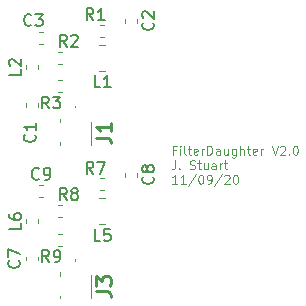
<source format=gto>
G04 #@! TF.GenerationSoftware,KiCad,Pcbnew,(5.1.5)-3*
G04 #@! TF.CreationDate,2020-11-09T20:42:25-05:00*
G04 #@! TF.ProjectId,FilterDaughterboard,46696c74-6572-4446-9175-676874657262,rev?*
G04 #@! TF.SameCoordinates,Original*
G04 #@! TF.FileFunction,Legend,Top*
G04 #@! TF.FilePolarity,Positive*
%FSLAX46Y46*%
G04 Gerber Fmt 4.6, Leading zero omitted, Abs format (unit mm)*
G04 Created by KiCad (PCBNEW (5.1.5)-3) date 2020-11-09 20:42:25*
%MOMM*%
%LPD*%
G04 APERTURE LIST*
%ADD10C,0.100000*%
%ADD11C,0.120000*%
%ADD12C,0.254000*%
%ADD13C,0.150000*%
G04 APERTURE END LIST*
D10*
X97793571Y-136721428D02*
X97543571Y-136721428D01*
X97543571Y-137114285D02*
X97543571Y-136364285D01*
X97900714Y-136364285D01*
X98186428Y-137114285D02*
X98186428Y-136614285D01*
X98186428Y-136364285D02*
X98150714Y-136400000D01*
X98186428Y-136435714D01*
X98222142Y-136400000D01*
X98186428Y-136364285D01*
X98186428Y-136435714D01*
X98650714Y-137114285D02*
X98579285Y-137078571D01*
X98543571Y-137007142D01*
X98543571Y-136364285D01*
X98829285Y-136614285D02*
X99115000Y-136614285D01*
X98936428Y-136364285D02*
X98936428Y-137007142D01*
X98972142Y-137078571D01*
X99043571Y-137114285D01*
X99115000Y-137114285D01*
X99650714Y-137078571D02*
X99579285Y-137114285D01*
X99436428Y-137114285D01*
X99365000Y-137078571D01*
X99329285Y-137007142D01*
X99329285Y-136721428D01*
X99365000Y-136650000D01*
X99436428Y-136614285D01*
X99579285Y-136614285D01*
X99650714Y-136650000D01*
X99686428Y-136721428D01*
X99686428Y-136792857D01*
X99329285Y-136864285D01*
X100007857Y-137114285D02*
X100007857Y-136614285D01*
X100007857Y-136757142D02*
X100043571Y-136685714D01*
X100079285Y-136650000D01*
X100150714Y-136614285D01*
X100222142Y-136614285D01*
X100472142Y-137114285D02*
X100472142Y-136364285D01*
X100650714Y-136364285D01*
X100757857Y-136400000D01*
X100829285Y-136471428D01*
X100865000Y-136542857D01*
X100900714Y-136685714D01*
X100900714Y-136792857D01*
X100865000Y-136935714D01*
X100829285Y-137007142D01*
X100757857Y-137078571D01*
X100650714Y-137114285D01*
X100472142Y-137114285D01*
X101543571Y-137114285D02*
X101543571Y-136721428D01*
X101507857Y-136650000D01*
X101436428Y-136614285D01*
X101293571Y-136614285D01*
X101222142Y-136650000D01*
X101543571Y-137078571D02*
X101472142Y-137114285D01*
X101293571Y-137114285D01*
X101222142Y-137078571D01*
X101186428Y-137007142D01*
X101186428Y-136935714D01*
X101222142Y-136864285D01*
X101293571Y-136828571D01*
X101472142Y-136828571D01*
X101543571Y-136792857D01*
X102222142Y-136614285D02*
X102222142Y-137114285D01*
X101900714Y-136614285D02*
X101900714Y-137007142D01*
X101936428Y-137078571D01*
X102007857Y-137114285D01*
X102115000Y-137114285D01*
X102186428Y-137078571D01*
X102222142Y-137042857D01*
X102900714Y-136614285D02*
X102900714Y-137221428D01*
X102865000Y-137292857D01*
X102829285Y-137328571D01*
X102757857Y-137364285D01*
X102650714Y-137364285D01*
X102579285Y-137328571D01*
X102900714Y-137078571D02*
X102829285Y-137114285D01*
X102686428Y-137114285D01*
X102615000Y-137078571D01*
X102579285Y-137042857D01*
X102543571Y-136971428D01*
X102543571Y-136757142D01*
X102579285Y-136685714D01*
X102615000Y-136650000D01*
X102686428Y-136614285D01*
X102829285Y-136614285D01*
X102900714Y-136650000D01*
X103257857Y-137114285D02*
X103257857Y-136364285D01*
X103579285Y-137114285D02*
X103579285Y-136721428D01*
X103543571Y-136650000D01*
X103472142Y-136614285D01*
X103365000Y-136614285D01*
X103293571Y-136650000D01*
X103257857Y-136685714D01*
X103829285Y-136614285D02*
X104115000Y-136614285D01*
X103936428Y-136364285D02*
X103936428Y-137007142D01*
X103972142Y-137078571D01*
X104043571Y-137114285D01*
X104115000Y-137114285D01*
X104650714Y-137078571D02*
X104579285Y-137114285D01*
X104436428Y-137114285D01*
X104365000Y-137078571D01*
X104329285Y-137007142D01*
X104329285Y-136721428D01*
X104365000Y-136650000D01*
X104436428Y-136614285D01*
X104579285Y-136614285D01*
X104650714Y-136650000D01*
X104686428Y-136721428D01*
X104686428Y-136792857D01*
X104329285Y-136864285D01*
X105007857Y-137114285D02*
X105007857Y-136614285D01*
X105007857Y-136757142D02*
X105043571Y-136685714D01*
X105079285Y-136650000D01*
X105150714Y-136614285D01*
X105222142Y-136614285D01*
X105936428Y-136364285D02*
X106186428Y-137114285D01*
X106436428Y-136364285D01*
X106650714Y-136435714D02*
X106686428Y-136400000D01*
X106757857Y-136364285D01*
X106936428Y-136364285D01*
X107007857Y-136400000D01*
X107043571Y-136435714D01*
X107079285Y-136507142D01*
X107079285Y-136578571D01*
X107043571Y-136685714D01*
X106615000Y-137114285D01*
X107079285Y-137114285D01*
X107400714Y-137042857D02*
X107436428Y-137078571D01*
X107400714Y-137114285D01*
X107365000Y-137078571D01*
X107400714Y-137042857D01*
X107400714Y-137114285D01*
X107900714Y-136364285D02*
X107972142Y-136364285D01*
X108043571Y-136400000D01*
X108079285Y-136435714D01*
X108115000Y-136507142D01*
X108150714Y-136650000D01*
X108150714Y-136828571D01*
X108115000Y-136971428D01*
X108079285Y-137042857D01*
X108043571Y-137078571D01*
X107972142Y-137114285D01*
X107900714Y-137114285D01*
X107829285Y-137078571D01*
X107793571Y-137042857D01*
X107757857Y-136971428D01*
X107722142Y-136828571D01*
X107722142Y-136650000D01*
X107757857Y-136507142D01*
X107793571Y-136435714D01*
X107829285Y-136400000D01*
X107900714Y-136364285D01*
X97757857Y-137589285D02*
X97757857Y-138125000D01*
X97722142Y-138232142D01*
X97650714Y-138303571D01*
X97543571Y-138339285D01*
X97472142Y-138339285D01*
X98115000Y-138267857D02*
X98150714Y-138303571D01*
X98115000Y-138339285D01*
X98079285Y-138303571D01*
X98115000Y-138267857D01*
X98115000Y-138339285D01*
X99007857Y-138303571D02*
X99115000Y-138339285D01*
X99293571Y-138339285D01*
X99365000Y-138303571D01*
X99400714Y-138267857D01*
X99436428Y-138196428D01*
X99436428Y-138125000D01*
X99400714Y-138053571D01*
X99365000Y-138017857D01*
X99293571Y-137982142D01*
X99150714Y-137946428D01*
X99079285Y-137910714D01*
X99043571Y-137875000D01*
X99007857Y-137803571D01*
X99007857Y-137732142D01*
X99043571Y-137660714D01*
X99079285Y-137625000D01*
X99150714Y-137589285D01*
X99329285Y-137589285D01*
X99436428Y-137625000D01*
X99650714Y-137839285D02*
X99936428Y-137839285D01*
X99757857Y-137589285D02*
X99757857Y-138232142D01*
X99793571Y-138303571D01*
X99865000Y-138339285D01*
X99936428Y-138339285D01*
X100507857Y-137839285D02*
X100507857Y-138339285D01*
X100186428Y-137839285D02*
X100186428Y-138232142D01*
X100222142Y-138303571D01*
X100293571Y-138339285D01*
X100400714Y-138339285D01*
X100472142Y-138303571D01*
X100507857Y-138267857D01*
X101186428Y-138339285D02*
X101186428Y-137946428D01*
X101150714Y-137875000D01*
X101079285Y-137839285D01*
X100936428Y-137839285D01*
X100865000Y-137875000D01*
X101186428Y-138303571D02*
X101115000Y-138339285D01*
X100936428Y-138339285D01*
X100865000Y-138303571D01*
X100829285Y-138232142D01*
X100829285Y-138160714D01*
X100865000Y-138089285D01*
X100936428Y-138053571D01*
X101115000Y-138053571D01*
X101186428Y-138017857D01*
X101543571Y-138339285D02*
X101543571Y-137839285D01*
X101543571Y-137982142D02*
X101579285Y-137910714D01*
X101615000Y-137875000D01*
X101686428Y-137839285D01*
X101757857Y-137839285D01*
X101900714Y-137839285D02*
X102186428Y-137839285D01*
X102007857Y-137589285D02*
X102007857Y-138232142D01*
X102043571Y-138303571D01*
X102115000Y-138339285D01*
X102186428Y-138339285D01*
X97936428Y-139564285D02*
X97507857Y-139564285D01*
X97722142Y-139564285D02*
X97722142Y-138814285D01*
X97650714Y-138921428D01*
X97579285Y-138992857D01*
X97507857Y-139028571D01*
X98650714Y-139564285D02*
X98222142Y-139564285D01*
X98436428Y-139564285D02*
X98436428Y-138814285D01*
X98365000Y-138921428D01*
X98293571Y-138992857D01*
X98222142Y-139028571D01*
X99507857Y-138778571D02*
X98865000Y-139742857D01*
X99900714Y-138814285D02*
X99972142Y-138814285D01*
X100043571Y-138850000D01*
X100079285Y-138885714D01*
X100115000Y-138957142D01*
X100150714Y-139100000D01*
X100150714Y-139278571D01*
X100115000Y-139421428D01*
X100079285Y-139492857D01*
X100043571Y-139528571D01*
X99972142Y-139564285D01*
X99900714Y-139564285D01*
X99829285Y-139528571D01*
X99793571Y-139492857D01*
X99757857Y-139421428D01*
X99722142Y-139278571D01*
X99722142Y-139100000D01*
X99757857Y-138957142D01*
X99793571Y-138885714D01*
X99829285Y-138850000D01*
X99900714Y-138814285D01*
X100507857Y-139564285D02*
X100650714Y-139564285D01*
X100722142Y-139528571D01*
X100757857Y-139492857D01*
X100829285Y-139385714D01*
X100865000Y-139242857D01*
X100865000Y-138957142D01*
X100829285Y-138885714D01*
X100793571Y-138850000D01*
X100722142Y-138814285D01*
X100579285Y-138814285D01*
X100507857Y-138850000D01*
X100472142Y-138885714D01*
X100436428Y-138957142D01*
X100436428Y-139135714D01*
X100472142Y-139207142D01*
X100507857Y-139242857D01*
X100579285Y-139278571D01*
X100722142Y-139278571D01*
X100793571Y-139242857D01*
X100829285Y-139207142D01*
X100865000Y-139135714D01*
X101722142Y-138778571D02*
X101079285Y-139742857D01*
X101936428Y-138885714D02*
X101972142Y-138850000D01*
X102043571Y-138814285D01*
X102222142Y-138814285D01*
X102293571Y-138850000D01*
X102329285Y-138885714D01*
X102365000Y-138957142D01*
X102365000Y-139028571D01*
X102329285Y-139135714D01*
X101900714Y-139564285D01*
X102365000Y-139564285D01*
X102829285Y-138814285D02*
X102900714Y-138814285D01*
X102972142Y-138850000D01*
X103007857Y-138885714D01*
X103043571Y-138957142D01*
X103079285Y-139100000D01*
X103079285Y-139278571D01*
X103043571Y-139421428D01*
X103007857Y-139492857D01*
X102972142Y-139528571D01*
X102900714Y-139564285D01*
X102829285Y-139564285D01*
X102757857Y-139528571D01*
X102722142Y-139492857D01*
X102686428Y-139421428D01*
X102650714Y-139278571D01*
X102650714Y-139100000D01*
X102686428Y-138957142D01*
X102722142Y-138885714D01*
X102757857Y-138850000D01*
X102829285Y-138814285D01*
X89300000Y-133100000D02*
G75*
G03X89300000Y-133000000I0J50000D01*
G01*
X89300000Y-133000000D02*
G75*
G03X89300000Y-133100000I0J-50000D01*
G01*
X89300000Y-133000000D02*
X89300000Y-133000000D01*
X89300000Y-133100000D02*
X89300000Y-133100000D01*
X88000000Y-136050000D02*
X88000000Y-136252000D01*
X88000000Y-134357000D02*
X88000000Y-134050000D01*
X90600000Y-134300000D02*
X90600000Y-136252000D01*
X89300000Y-146100000D02*
G75*
G03X89300000Y-146000000I0J50000D01*
G01*
X89300000Y-146000000D02*
G75*
G03X89300000Y-146100000I0J-50000D01*
G01*
X89300000Y-146000000D02*
X89300000Y-146000000D01*
X89300000Y-146100000D02*
X89300000Y-146100000D01*
X88000000Y-149050000D02*
X88000000Y-149252000D01*
X88000000Y-147357000D02*
X88000000Y-147050000D01*
X90600000Y-147300000D02*
X90600000Y-149252000D01*
D11*
X86110000Y-133062779D02*
X86110000Y-132737221D01*
X85090000Y-133062779D02*
X85090000Y-132737221D01*
X94510000Y-125962779D02*
X94510000Y-125637221D01*
X93490000Y-125962779D02*
X93490000Y-125637221D01*
X86237221Y-127710000D02*
X86562779Y-127710000D01*
X86237221Y-126690000D02*
X86562779Y-126690000D01*
X86110000Y-146062779D02*
X86110000Y-145737221D01*
X85090000Y-146062779D02*
X85090000Y-145737221D01*
X94510000Y-138962779D02*
X94510000Y-138637221D01*
X93490000Y-138962779D02*
X93490000Y-138637221D01*
X86237221Y-140710000D02*
X86562779Y-140710000D01*
X86237221Y-139690000D02*
X86562779Y-139690000D01*
X91861252Y-127790000D02*
X91338748Y-127790000D01*
X91861252Y-130010000D02*
X91338748Y-130010000D01*
X85090000Y-129537221D02*
X85090000Y-129862779D01*
X86110000Y-129537221D02*
X86110000Y-129862779D01*
X91861252Y-140790000D02*
X91338748Y-140790000D01*
X91861252Y-143010000D02*
X91338748Y-143010000D01*
X85090000Y-142537221D02*
X85090000Y-142862779D01*
X86110000Y-142537221D02*
X86110000Y-142862779D01*
X91437221Y-127110000D02*
X91762779Y-127110000D01*
X91437221Y-126090000D02*
X91762779Y-126090000D01*
X87837221Y-129410000D02*
X88162779Y-129410000D01*
X87837221Y-128390000D02*
X88162779Y-128390000D01*
X88162779Y-130790000D02*
X87837221Y-130790000D01*
X88162779Y-131810000D02*
X87837221Y-131810000D01*
X91437221Y-140110000D02*
X91762779Y-140110000D01*
X91437221Y-139090000D02*
X91762779Y-139090000D01*
X87837221Y-142410000D02*
X88162779Y-142410000D01*
X87837221Y-141390000D02*
X88162779Y-141390000D01*
X88162779Y-143790000D02*
X87837221Y-143790000D01*
X88162779Y-144810000D02*
X87837221Y-144810000D01*
D12*
X91054523Y-135673333D02*
X91961666Y-135673333D01*
X92143095Y-135733809D01*
X92264047Y-135854761D01*
X92324523Y-136036190D01*
X92324523Y-136157142D01*
X92324523Y-134403333D02*
X92324523Y-135129047D01*
X92324523Y-134766190D02*
X91054523Y-134766190D01*
X91235952Y-134887142D01*
X91356904Y-135008095D01*
X91417380Y-135129047D01*
X91054523Y-148673333D02*
X91961666Y-148673333D01*
X92143095Y-148733809D01*
X92264047Y-148854761D01*
X92324523Y-149036190D01*
X92324523Y-149157142D01*
X91054523Y-148189523D02*
X91054523Y-147403333D01*
X91538333Y-147826666D01*
X91538333Y-147645238D01*
X91598809Y-147524285D01*
X91659285Y-147463809D01*
X91780238Y-147403333D01*
X92082619Y-147403333D01*
X92203571Y-147463809D01*
X92264047Y-147524285D01*
X92324523Y-147645238D01*
X92324523Y-148008095D01*
X92264047Y-148129047D01*
X92203571Y-148189523D01*
D13*
X85857142Y-135416666D02*
X85904761Y-135464285D01*
X85952380Y-135607142D01*
X85952380Y-135702380D01*
X85904761Y-135845238D01*
X85809523Y-135940476D01*
X85714285Y-135988095D01*
X85523809Y-136035714D01*
X85380952Y-136035714D01*
X85190476Y-135988095D01*
X85095238Y-135940476D01*
X85000000Y-135845238D01*
X84952380Y-135702380D01*
X84952380Y-135607142D01*
X85000000Y-135464285D01*
X85047619Y-135416666D01*
X85952380Y-134464285D02*
X85952380Y-135035714D01*
X85952380Y-134750000D02*
X84952380Y-134750000D01*
X85095238Y-134845238D01*
X85190476Y-134940476D01*
X85238095Y-135035714D01*
X95857142Y-125916666D02*
X95904761Y-125964285D01*
X95952380Y-126107142D01*
X95952380Y-126202380D01*
X95904761Y-126345238D01*
X95809523Y-126440476D01*
X95714285Y-126488095D01*
X95523809Y-126535714D01*
X95380952Y-126535714D01*
X95190476Y-126488095D01*
X95095238Y-126440476D01*
X95000000Y-126345238D01*
X94952380Y-126202380D01*
X94952380Y-126107142D01*
X95000000Y-125964285D01*
X95047619Y-125916666D01*
X95047619Y-125535714D02*
X95000000Y-125488095D01*
X94952380Y-125392857D01*
X94952380Y-125154761D01*
X95000000Y-125059523D01*
X95047619Y-125011904D01*
X95142857Y-124964285D01*
X95238095Y-124964285D01*
X95380952Y-125011904D01*
X95952380Y-125583333D01*
X95952380Y-124964285D01*
X85583333Y-126107142D02*
X85535714Y-126154761D01*
X85392857Y-126202380D01*
X85297619Y-126202380D01*
X85154761Y-126154761D01*
X85059523Y-126059523D01*
X85011904Y-125964285D01*
X84964285Y-125773809D01*
X84964285Y-125630952D01*
X85011904Y-125440476D01*
X85059523Y-125345238D01*
X85154761Y-125250000D01*
X85297619Y-125202380D01*
X85392857Y-125202380D01*
X85535714Y-125250000D01*
X85583333Y-125297619D01*
X85916666Y-125202380D02*
X86535714Y-125202380D01*
X86202380Y-125583333D01*
X86345238Y-125583333D01*
X86440476Y-125630952D01*
X86488095Y-125678571D01*
X86535714Y-125773809D01*
X86535714Y-126011904D01*
X86488095Y-126107142D01*
X86440476Y-126154761D01*
X86345238Y-126202380D01*
X86059523Y-126202380D01*
X85964285Y-126154761D01*
X85916666Y-126107142D01*
X84527142Y-146066666D02*
X84574761Y-146114285D01*
X84622380Y-146257142D01*
X84622380Y-146352380D01*
X84574761Y-146495238D01*
X84479523Y-146590476D01*
X84384285Y-146638095D01*
X84193809Y-146685714D01*
X84050952Y-146685714D01*
X83860476Y-146638095D01*
X83765238Y-146590476D01*
X83670000Y-146495238D01*
X83622380Y-146352380D01*
X83622380Y-146257142D01*
X83670000Y-146114285D01*
X83717619Y-146066666D01*
X83622380Y-145733333D02*
X83622380Y-145066666D01*
X84622380Y-145495238D01*
X95857142Y-138966666D02*
X95904761Y-139014285D01*
X95952380Y-139157142D01*
X95952380Y-139252380D01*
X95904761Y-139395238D01*
X95809523Y-139490476D01*
X95714285Y-139538095D01*
X95523809Y-139585714D01*
X95380952Y-139585714D01*
X95190476Y-139538095D01*
X95095238Y-139490476D01*
X95000000Y-139395238D01*
X94952380Y-139252380D01*
X94952380Y-139157142D01*
X95000000Y-139014285D01*
X95047619Y-138966666D01*
X95380952Y-138395238D02*
X95333333Y-138490476D01*
X95285714Y-138538095D01*
X95190476Y-138585714D01*
X95142857Y-138585714D01*
X95047619Y-138538095D01*
X95000000Y-138490476D01*
X94952380Y-138395238D01*
X94952380Y-138204761D01*
X95000000Y-138109523D01*
X95047619Y-138061904D01*
X95142857Y-138014285D01*
X95190476Y-138014285D01*
X95285714Y-138061904D01*
X95333333Y-138109523D01*
X95380952Y-138204761D01*
X95380952Y-138395238D01*
X95428571Y-138490476D01*
X95476190Y-138538095D01*
X95571428Y-138585714D01*
X95761904Y-138585714D01*
X95857142Y-138538095D01*
X95904761Y-138490476D01*
X95952380Y-138395238D01*
X95952380Y-138204761D01*
X95904761Y-138109523D01*
X95857142Y-138061904D01*
X95761904Y-138014285D01*
X95571428Y-138014285D01*
X95476190Y-138061904D01*
X95428571Y-138109523D01*
X95380952Y-138204761D01*
X86233333Y-139127142D02*
X86185714Y-139174761D01*
X86042857Y-139222380D01*
X85947619Y-139222380D01*
X85804761Y-139174761D01*
X85709523Y-139079523D01*
X85661904Y-138984285D01*
X85614285Y-138793809D01*
X85614285Y-138650952D01*
X85661904Y-138460476D01*
X85709523Y-138365238D01*
X85804761Y-138270000D01*
X85947619Y-138222380D01*
X86042857Y-138222380D01*
X86185714Y-138270000D01*
X86233333Y-138317619D01*
X86709523Y-139222380D02*
X86900000Y-139222380D01*
X86995238Y-139174761D01*
X87042857Y-139127142D01*
X87138095Y-138984285D01*
X87185714Y-138793809D01*
X87185714Y-138412857D01*
X87138095Y-138317619D01*
X87090476Y-138270000D01*
X86995238Y-138222380D01*
X86804761Y-138222380D01*
X86709523Y-138270000D01*
X86661904Y-138317619D01*
X86614285Y-138412857D01*
X86614285Y-138650952D01*
X86661904Y-138746190D01*
X86709523Y-138793809D01*
X86804761Y-138841428D01*
X86995238Y-138841428D01*
X87090476Y-138793809D01*
X87138095Y-138746190D01*
X87185714Y-138650952D01*
X91433333Y-131402380D02*
X90957142Y-131402380D01*
X90957142Y-130402380D01*
X92290476Y-131402380D02*
X91719047Y-131402380D01*
X92004761Y-131402380D02*
X92004761Y-130402380D01*
X91909523Y-130545238D01*
X91814285Y-130640476D01*
X91719047Y-130688095D01*
X84702380Y-129866666D02*
X84702380Y-130342857D01*
X83702380Y-130342857D01*
X83797619Y-129580952D02*
X83750000Y-129533333D01*
X83702380Y-129438095D01*
X83702380Y-129200000D01*
X83750000Y-129104761D01*
X83797619Y-129057142D01*
X83892857Y-129009523D01*
X83988095Y-129009523D01*
X84130952Y-129057142D01*
X84702380Y-129628571D01*
X84702380Y-129009523D01*
X91433333Y-144402380D02*
X90957142Y-144402380D01*
X90957142Y-143402380D01*
X92242857Y-143402380D02*
X91766666Y-143402380D01*
X91719047Y-143878571D01*
X91766666Y-143830952D01*
X91861904Y-143783333D01*
X92100000Y-143783333D01*
X92195238Y-143830952D01*
X92242857Y-143878571D01*
X92290476Y-143973809D01*
X92290476Y-144211904D01*
X92242857Y-144307142D01*
X92195238Y-144354761D01*
X92100000Y-144402380D01*
X91861904Y-144402380D01*
X91766666Y-144354761D01*
X91719047Y-144307142D01*
X84702380Y-142916666D02*
X84702380Y-143392857D01*
X83702380Y-143392857D01*
X83702380Y-142154761D02*
X83702380Y-142345238D01*
X83750000Y-142440476D01*
X83797619Y-142488095D01*
X83940476Y-142583333D01*
X84130952Y-142630952D01*
X84511904Y-142630952D01*
X84607142Y-142583333D01*
X84654761Y-142535714D01*
X84702380Y-142440476D01*
X84702380Y-142250000D01*
X84654761Y-142154761D01*
X84607142Y-142107142D01*
X84511904Y-142059523D01*
X84273809Y-142059523D01*
X84178571Y-142107142D01*
X84130952Y-142154761D01*
X84083333Y-142250000D01*
X84083333Y-142440476D01*
X84130952Y-142535714D01*
X84178571Y-142583333D01*
X84273809Y-142630952D01*
X90833333Y-125702380D02*
X90500000Y-125226190D01*
X90261904Y-125702380D02*
X90261904Y-124702380D01*
X90642857Y-124702380D01*
X90738095Y-124750000D01*
X90785714Y-124797619D01*
X90833333Y-124892857D01*
X90833333Y-125035714D01*
X90785714Y-125130952D01*
X90738095Y-125178571D01*
X90642857Y-125226190D01*
X90261904Y-125226190D01*
X91785714Y-125702380D02*
X91214285Y-125702380D01*
X91500000Y-125702380D02*
X91500000Y-124702380D01*
X91404761Y-124845238D01*
X91309523Y-124940476D01*
X91214285Y-124988095D01*
X88583333Y-127952380D02*
X88250000Y-127476190D01*
X88011904Y-127952380D02*
X88011904Y-126952380D01*
X88392857Y-126952380D01*
X88488095Y-127000000D01*
X88535714Y-127047619D01*
X88583333Y-127142857D01*
X88583333Y-127285714D01*
X88535714Y-127380952D01*
X88488095Y-127428571D01*
X88392857Y-127476190D01*
X88011904Y-127476190D01*
X88964285Y-127047619D02*
X89011904Y-127000000D01*
X89107142Y-126952380D01*
X89345238Y-126952380D01*
X89440476Y-127000000D01*
X89488095Y-127047619D01*
X89535714Y-127142857D01*
X89535714Y-127238095D01*
X89488095Y-127380952D01*
X88916666Y-127952380D01*
X89535714Y-127952380D01*
X87083333Y-133182380D02*
X86750000Y-132706190D01*
X86511904Y-133182380D02*
X86511904Y-132182380D01*
X86892857Y-132182380D01*
X86988095Y-132230000D01*
X87035714Y-132277619D01*
X87083333Y-132372857D01*
X87083333Y-132515714D01*
X87035714Y-132610952D01*
X86988095Y-132658571D01*
X86892857Y-132706190D01*
X86511904Y-132706190D01*
X87416666Y-132182380D02*
X88035714Y-132182380D01*
X87702380Y-132563333D01*
X87845238Y-132563333D01*
X87940476Y-132610952D01*
X87988095Y-132658571D01*
X88035714Y-132753809D01*
X88035714Y-132991904D01*
X87988095Y-133087142D01*
X87940476Y-133134761D01*
X87845238Y-133182380D01*
X87559523Y-133182380D01*
X87464285Y-133134761D01*
X87416666Y-133087142D01*
X90833333Y-138702380D02*
X90500000Y-138226190D01*
X90261904Y-138702380D02*
X90261904Y-137702380D01*
X90642857Y-137702380D01*
X90738095Y-137750000D01*
X90785714Y-137797619D01*
X90833333Y-137892857D01*
X90833333Y-138035714D01*
X90785714Y-138130952D01*
X90738095Y-138178571D01*
X90642857Y-138226190D01*
X90261904Y-138226190D01*
X91166666Y-137702380D02*
X91833333Y-137702380D01*
X91404761Y-138702380D01*
X88583333Y-140952380D02*
X88250000Y-140476190D01*
X88011904Y-140952380D02*
X88011904Y-139952380D01*
X88392857Y-139952380D01*
X88488095Y-140000000D01*
X88535714Y-140047619D01*
X88583333Y-140142857D01*
X88583333Y-140285714D01*
X88535714Y-140380952D01*
X88488095Y-140428571D01*
X88392857Y-140476190D01*
X88011904Y-140476190D01*
X89154761Y-140380952D02*
X89059523Y-140333333D01*
X89011904Y-140285714D01*
X88964285Y-140190476D01*
X88964285Y-140142857D01*
X89011904Y-140047619D01*
X89059523Y-140000000D01*
X89154761Y-139952380D01*
X89345238Y-139952380D01*
X89440476Y-140000000D01*
X89488095Y-140047619D01*
X89535714Y-140142857D01*
X89535714Y-140190476D01*
X89488095Y-140285714D01*
X89440476Y-140333333D01*
X89345238Y-140380952D01*
X89154761Y-140380952D01*
X89059523Y-140428571D01*
X89011904Y-140476190D01*
X88964285Y-140571428D01*
X88964285Y-140761904D01*
X89011904Y-140857142D01*
X89059523Y-140904761D01*
X89154761Y-140952380D01*
X89345238Y-140952380D01*
X89440476Y-140904761D01*
X89488095Y-140857142D01*
X89535714Y-140761904D01*
X89535714Y-140571428D01*
X89488095Y-140476190D01*
X89440476Y-140428571D01*
X89345238Y-140380952D01*
X87083333Y-146182380D02*
X86750000Y-145706190D01*
X86511904Y-146182380D02*
X86511904Y-145182380D01*
X86892857Y-145182380D01*
X86988095Y-145230000D01*
X87035714Y-145277619D01*
X87083333Y-145372857D01*
X87083333Y-145515714D01*
X87035714Y-145610952D01*
X86988095Y-145658571D01*
X86892857Y-145706190D01*
X86511904Y-145706190D01*
X87559523Y-146182380D02*
X87750000Y-146182380D01*
X87845238Y-146134761D01*
X87892857Y-146087142D01*
X87988095Y-145944285D01*
X88035714Y-145753809D01*
X88035714Y-145372857D01*
X87988095Y-145277619D01*
X87940476Y-145230000D01*
X87845238Y-145182380D01*
X87654761Y-145182380D01*
X87559523Y-145230000D01*
X87511904Y-145277619D01*
X87464285Y-145372857D01*
X87464285Y-145610952D01*
X87511904Y-145706190D01*
X87559523Y-145753809D01*
X87654761Y-145801428D01*
X87845238Y-145801428D01*
X87940476Y-145753809D01*
X87988095Y-145706190D01*
X88035714Y-145610952D01*
M02*

</source>
